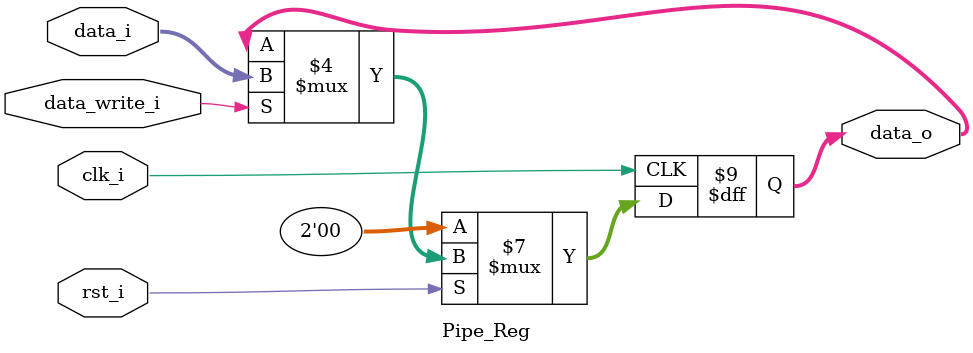
<source format=v>
module Pipe_Reg(
    clk_i,
	rst_i,
	data_write_i,
	data_i,
	data_o
	);

parameter size = 0;

input					clk_i;		  
input					rst_i;
input 				data_write_i;
input		[size-1: 0]	data_i;
output reg	[size-1: 0]	data_o;

always @(posedge clk_i) begin
    if(~rst_i)
        data_o <= 0;
    else
		if(data_write_i)begin
			data_o <= data_i;
		end
		else begin
			data_o<=data_o;
		end
end

endmodule	
</source>
